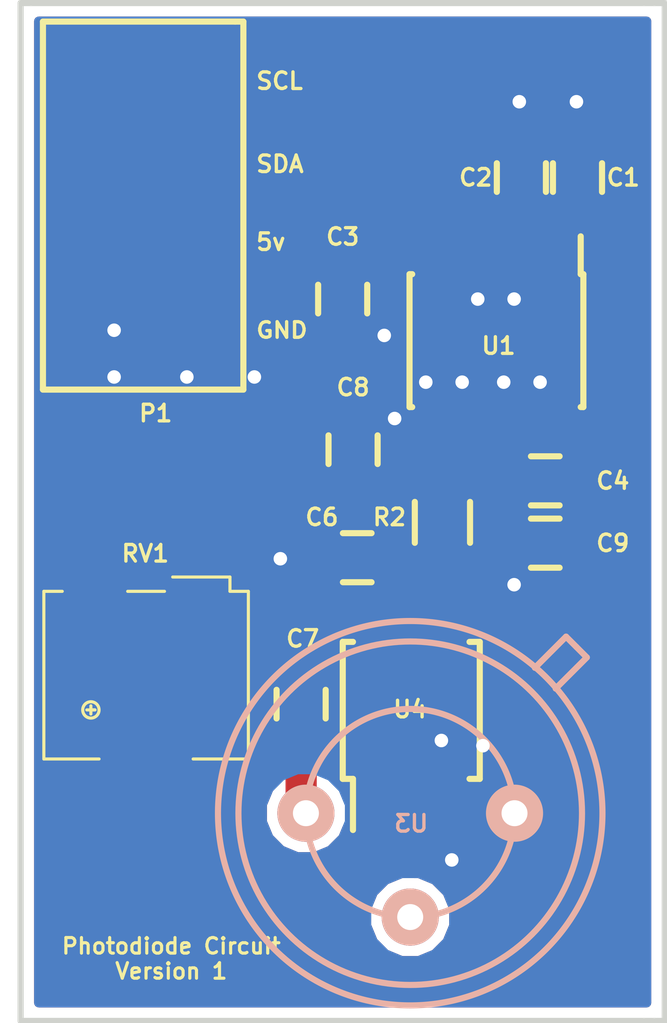
<source format=kicad_pcb>
(kicad_pcb (version 4) (host pcbnew 4.0.2-4+6225~38~ubuntu14.04.1-stable)

  (general
    (links 34)
    (no_connects 0)
    (area 124.384999 88.316999 140.283001 113.359001)
    (thickness 1.6)
    (drawings 14)
    (tracks 114)
    (zones 0)
    (modules 14)
    (nets 10)
  )

  (page A4)
  (layers
    (0 F.Cu signal)
    (31 B.Cu signal)
    (32 B.Adhes user)
    (33 F.Adhes user)
    (34 B.Paste user)
    (35 F.Paste user)
    (36 B.SilkS user)
    (37 F.SilkS user)
    (38 B.Mask user)
    (39 F.Mask user)
    (40 Dwgs.User user)
    (41 Cmts.User user)
    (42 Eco1.User user)
    (43 Eco2.User user)
    (44 Edge.Cuts user)
    (45 Margin user)
    (46 B.CrtYd user)
    (47 F.CrtYd user hide)
    (48 B.Fab user)
    (49 F.Fab user)
  )

  (setup
    (last_trace_width 0.381)
    (user_trace_width 0.381)
    (user_trace_width 0.762)
    (trace_clearance 0.1524)
    (zone_clearance 0.254)
    (zone_45_only yes)
    (trace_min 0.1524)
    (segment_width 0.2)
    (edge_width 0.15)
    (via_size 0.6858)
    (via_drill 0.3302)
    (via_min_size 0.6858)
    (via_min_drill 0.3302)
    (user_via 0.762 0.3556)
    (uvia_size 0.3)
    (uvia_drill 0.1)
    (uvias_allowed no)
    (uvia_min_size 0)
    (uvia_min_drill 0)
    (pcb_text_width 0.3)
    (pcb_text_size 1.5 1.5)
    (mod_edge_width 0.15)
    (mod_text_size 0.4064 0.4064)
    (mod_text_width 0.08128)
    (pad_size 1.397 1.397)
    (pad_drill 0.635)
    (pad_to_mask_clearance 0)
    (aux_axis_origin 0 0)
    (visible_elements FFFFFF7F)
    (pcbplotparams
      (layerselection 0x010f0_80000001)
      (usegerberextensions false)
      (excludeedgelayer true)
      (linewidth 0.100000)
      (plotframeref false)
      (viasonmask false)
      (mode 1)
      (useauxorigin false)
      (hpglpennumber 1)
      (hpglpenspeed 20)
      (hpglpendiameter 15)
      (hpglpenoverlay 2)
      (psnegative false)
      (psa4output false)
      (plotreference true)
      (plotvalue true)
      (plotinvisibletext false)
      (padsonsilk false)
      (subtractmaskfromsilk false)
      (outputformat 1)
      (mirror false)
      (drillshape 0)
      (scaleselection 1)
      (outputdirectory gerber/))
  )

  (net 0 "")
  (net 1 GND)
  (net 2 VCC)
  (net 3 "Net-(C7-Pad1)")
  (net 4 "Net-(C7-Pad2)")
  (net 5 "Net-(C8-Pad1)")
  (net 6 "Net-(C1-Pad1)")
  (net 7 "Net-(C2-Pad1)")
  (net 8 /SDA)
  (net 9 /SCL)

  (net_class Default "This is the default net class."
    (clearance 0.1524)
    (trace_width 0.1524)
    (via_dia 0.6858)
    (via_drill 0.3302)
    (uvia_dia 0.3)
    (uvia_drill 0.1)
    (add_net /SCL)
    (add_net /SDA)
    (add_net GND)
    (add_net "Net-(C1-Pad1)")
    (add_net "Net-(C2-Pad1)")
    (add_net "Net-(C7-Pad1)")
    (add_net "Net-(C7-Pad2)")
    (add_net "Net-(C8-Pad1)")
    (add_net VCC)
  )

  (module Housings_SSOP:MSOP-8_3x3mm_Pitch0.65mm (layer F.Cu) (tedit 56B7B364) (tstamp 569B182D)
    (at 134.0104 105.6894 90)
    (descr "8-Lead Plastic Micro Small Outline Package (MS) [MSOP] (see Microchip Packaging Specification 00000049BS.pdf)")
    (tags "SSOP 0.65")
    (path /569B1527)
    (attr smd)
    (fp_text reference U4 (at 0.0254 -0.0254 360) (layer F.SilkS)
      (effects (font (size 0.4064 0.4064) (thickness 0.08128)))
    )
    (fp_text value OPA381 (at 0.1524 -0.2794 360) (layer F.Fab)
      (effects (font (size 0.4064 0.4064) (thickness 0.08128)))
    )
    (fp_line (start -3.2 -1.85) (end -3.2 1.85) (layer F.CrtYd) (width 0.05))
    (fp_line (start 3.2 -1.85) (end 3.2 1.85) (layer F.CrtYd) (width 0.05))
    (fp_line (start -3.2 -1.85) (end 3.2 -1.85) (layer F.CrtYd) (width 0.05))
    (fp_line (start -3.2 1.85) (end 3.2 1.85) (layer F.CrtYd) (width 0.05))
    (fp_line (start -1.675 -1.675) (end -1.675 -1.425) (layer F.SilkS) (width 0.15))
    (fp_line (start 1.675 -1.675) (end 1.675 -1.425) (layer F.SilkS) (width 0.15))
    (fp_line (start 1.675 1.675) (end 1.675 1.425) (layer F.SilkS) (width 0.15))
    (fp_line (start -1.675 1.675) (end -1.675 1.425) (layer F.SilkS) (width 0.15))
    (fp_line (start -1.675 -1.675) (end 1.675 -1.675) (layer F.SilkS) (width 0.15))
    (fp_line (start -1.675 1.675) (end 1.675 1.675) (layer F.SilkS) (width 0.15))
    (fp_line (start -1.675 -1.425) (end -2.925 -1.425) (layer F.SilkS) (width 0.15))
    (pad 1 smd rect (at -2.2 -0.975 90) (size 1.45 0.45) (layers F.Cu F.Paste F.Mask))
    (pad 2 smd rect (at -2.2 -0.325 90) (size 1.45 0.45) (layers F.Cu F.Paste F.Mask)
      (net 4 "Net-(C7-Pad2)"))
    (pad 3 smd rect (at -2.2 0.325 90) (size 1.45 0.45) (layers F.Cu F.Paste F.Mask)
      (net 1 GND))
    (pad 4 smd rect (at -2.2 0.975 90) (size 1.45 0.45) (layers F.Cu F.Paste F.Mask)
      (net 1 GND))
    (pad 5 smd rect (at 2.2 0.975 90) (size 1.45 0.45) (layers F.Cu F.Paste F.Mask))
    (pad 6 smd rect (at 2.2 0.325 90) (size 1.45 0.45) (layers F.Cu F.Paste F.Mask)
      (net 3 "Net-(C7-Pad1)"))
    (pad 7 smd rect (at 2.2 -0.325 90) (size 1.45 0.45) (layers F.Cu F.Paste F.Mask)
      (net 2 VCC))
    (pad 8 smd rect (at 2.2 -0.975 90) (size 1.45 0.45) (layers F.Cu F.Paste F.Mask))
    (model Housings_SSOP.3dshapes/MSOP-8_3x3mm_Pitch0.65mm.wrl
      (at (xyz 0 0 0))
      (scale (xyz 1 1 1))
      (rotate (xyz 0 0 0))
    )
  )

  (module Capacitors_SMD:C_0603 (layer F.Cu) (tedit 56AD28F5) (tstamp 569B249B)
    (at 138.0744 92.6592 90)
    (descr "Capacitor SMD 0603, reflow soldering, AVX (see smccp.pdf)")
    (tags "capacitor 0603")
    (path /569BFF67)
    (attr smd)
    (fp_text reference C1 (at 0 1.1176 180) (layer F.SilkS)
      (effects (font (size 0.4064 0.4064) (thickness 0.08128)))
    )
    (fp_text value .1u (at -0.0508 0.0508 90) (layer F.Fab)
      (effects (font (size 0.4064 0.4064) (thickness 0.08128)))
    )
    (fp_line (start -1.45 -0.75) (end 1.45 -0.75) (layer F.CrtYd) (width 0.05))
    (fp_line (start -1.45 0.75) (end 1.45 0.75) (layer F.CrtYd) (width 0.05))
    (fp_line (start -1.45 -0.75) (end -1.45 0.75) (layer F.CrtYd) (width 0.05))
    (fp_line (start 1.45 -0.75) (end 1.45 0.75) (layer F.CrtYd) (width 0.05))
    (fp_line (start -0.35 -0.6) (end 0.35 -0.6) (layer F.SilkS) (width 0.15))
    (fp_line (start 0.35 0.6) (end -0.35 0.6) (layer F.SilkS) (width 0.15))
    (pad 1 smd rect (at -0.75 0 90) (size 0.8 0.75) (layers F.Cu F.Paste F.Mask)
      (net 6 "Net-(C1-Pad1)"))
    (pad 2 smd rect (at 0.75 0 90) (size 0.8 0.75) (layers F.Cu F.Paste F.Mask)
      (net 1 GND))
    (model Capacitors_SMD.3dshapes/C_0603.wrl
      (at (xyz 0 0 0))
      (scale (xyz 1 1 1))
      (rotate (xyz 0 0 0))
    )
  )

  (module Capacitors_SMD:C_0603 (layer F.Cu) (tedit 56A56C38) (tstamp 569B24A0)
    (at 136.7028 92.6592 90)
    (descr "Capacitor SMD 0603, reflow soldering, AVX (see smccp.pdf)")
    (tags "capacitor 0603")
    (path /569C0E1F)
    (attr smd)
    (fp_text reference C2 (at 0 -1.1176 180) (layer F.SilkS)
      (effects (font (size 0.4064 0.4064) (thickness 0.08128)))
    )
    (fp_text value .1u (at -0.1016 -0.0508 90) (layer F.Fab)
      (effects (font (size 0.4064 0.4064) (thickness 0.08128)))
    )
    (fp_line (start -1.45 -0.75) (end 1.45 -0.75) (layer F.CrtYd) (width 0.05))
    (fp_line (start -1.45 0.75) (end 1.45 0.75) (layer F.CrtYd) (width 0.05))
    (fp_line (start -1.45 -0.75) (end -1.45 0.75) (layer F.CrtYd) (width 0.05))
    (fp_line (start 1.45 -0.75) (end 1.45 0.75) (layer F.CrtYd) (width 0.05))
    (fp_line (start -0.35 -0.6) (end 0.35 -0.6) (layer F.SilkS) (width 0.15))
    (fp_line (start 0.35 0.6) (end -0.35 0.6) (layer F.SilkS) (width 0.15))
    (pad 1 smd rect (at -0.75 0 90) (size 0.8 0.75) (layers F.Cu F.Paste F.Mask)
      (net 7 "Net-(C2-Pad1)"))
    (pad 2 smd rect (at 0.75 0 90) (size 0.8 0.75) (layers F.Cu F.Paste F.Mask)
      (net 1 GND))
    (model Capacitors_SMD.3dshapes/C_0603.wrl
      (at (xyz 0 0 0))
      (scale (xyz 1 1 1))
      (rotate (xyz 0 0 0))
    )
  )

  (module Capacitors_SMD:C_0603 (layer F.Cu) (tedit 56D7D4A6) (tstamp 569B24AA)
    (at 137.287 100.076)
    (descr "Capacitor SMD 0603, reflow soldering, AVX (see smccp.pdf)")
    (tags "capacitor 0603")
    (path /569C03C5)
    (attr smd)
    (fp_text reference C4 (at 1.651 0) (layer F.SilkS)
      (effects (font (size 0.4064 0.4064) (thickness 0.08128)))
    )
    (fp_text value .1u (at 0 0) (layer F.Fab)
      (effects (font (size 0.4064 0.4064) (thickness 0.08128)))
    )
    (fp_line (start -1.45 -0.75) (end 1.45 -0.75) (layer F.CrtYd) (width 0.05))
    (fp_line (start -1.45 0.75) (end 1.45 0.75) (layer F.CrtYd) (width 0.05))
    (fp_line (start -1.45 -0.75) (end -1.45 0.75) (layer F.CrtYd) (width 0.05))
    (fp_line (start 1.45 -0.75) (end 1.45 0.75) (layer F.CrtYd) (width 0.05))
    (fp_line (start -0.35 -0.6) (end 0.35 -0.6) (layer F.SilkS) (width 0.15))
    (fp_line (start 0.35 0.6) (end -0.35 0.6) (layer F.SilkS) (width 0.15))
    (pad 1 smd rect (at -0.75 0) (size 0.8 0.75) (layers F.Cu F.Paste F.Mask)
      (net 1 GND))
    (pad 2 smd rect (at 0.75 0) (size 0.8 0.75) (layers F.Cu F.Paste F.Mask)
      (net 2 VCC))
    (model Capacitors_SMD.3dshapes/C_0603.wrl
      (at (xyz 0 0 0))
      (scale (xyz 1 1 1))
      (rotate (xyz 0 0 0))
    )
  )

  (module Capacitors_SMD:C_0603 (layer F.Cu) (tedit 56D7D49F) (tstamp 569B24B4)
    (at 132.6896 101.9556 180)
    (descr "Capacitor SMD 0603, reflow soldering, AVX (see smccp.pdf)")
    (tags "capacitor 0603")
    (path /569AF41C)
    (attr smd)
    (fp_text reference C6 (at 0.8636 0.9906 360) (layer F.SilkS)
      (effects (font (size 0.4064 0.4064) (thickness 0.08128)))
    )
    (fp_text value .1u (at 0.0762 0.0254 360) (layer F.Fab)
      (effects (font (size 0.4064 0.4064) (thickness 0.08128)))
    )
    (fp_line (start -1.45 -0.75) (end 1.45 -0.75) (layer F.CrtYd) (width 0.05))
    (fp_line (start -1.45 0.75) (end 1.45 0.75) (layer F.CrtYd) (width 0.05))
    (fp_line (start -1.45 -0.75) (end -1.45 0.75) (layer F.CrtYd) (width 0.05))
    (fp_line (start 1.45 -0.75) (end 1.45 0.75) (layer F.CrtYd) (width 0.05))
    (fp_line (start -0.35 -0.6) (end 0.35 -0.6) (layer F.SilkS) (width 0.15))
    (fp_line (start 0.35 0.6) (end -0.35 0.6) (layer F.SilkS) (width 0.15))
    (pad 1 smd rect (at -0.75 0 180) (size 0.8 0.75) (layers F.Cu F.Paste F.Mask)
      (net 2 VCC))
    (pad 2 smd rect (at 0.75 0 180) (size 0.8 0.75) (layers F.Cu F.Paste F.Mask)
      (net 1 GND))
    (model Capacitors_SMD.3dshapes/C_0603.wrl
      (at (xyz 0 0 0))
      (scale (xyz 1 1 1))
      (rotate (xyz 0 0 0))
    )
  )

  (module Capacitors_SMD:C_0603 (layer F.Cu) (tedit 56B7B36E) (tstamp 569B24B9)
    (at 131.318 105.537 270)
    (descr "Capacitor SMD 0603, reflow soldering, AVX (see smccp.pdf)")
    (tags "capacitor 0603")
    (path /569B2162)
    (attr smd)
    (fp_text reference C7 (at -1.6002 -0.0381 360) (layer F.SilkS)
      (effects (font (size 0.4064 0.4064) (thickness 0.08128)))
    )
    (fp_text value .5p (at -0.0254 0.0127 360) (layer F.Fab)
      (effects (font (size 0.4064 0.4064) (thickness 0.08128)))
    )
    (fp_line (start -1.45 -0.75) (end 1.45 -0.75) (layer F.CrtYd) (width 0.05))
    (fp_line (start -1.45 0.75) (end 1.45 0.75) (layer F.CrtYd) (width 0.05))
    (fp_line (start -1.45 -0.75) (end -1.45 0.75) (layer F.CrtYd) (width 0.05))
    (fp_line (start 1.45 -0.75) (end 1.45 0.75) (layer F.CrtYd) (width 0.05))
    (fp_line (start -0.35 -0.6) (end 0.35 -0.6) (layer F.SilkS) (width 0.15))
    (fp_line (start 0.35 0.6) (end -0.35 0.6) (layer F.SilkS) (width 0.15))
    (pad 1 smd rect (at -0.75 0 270) (size 0.8 0.75) (layers F.Cu F.Paste F.Mask)
      (net 3 "Net-(C7-Pad1)"))
    (pad 2 smd rect (at 0.75 0 270) (size 0.8 0.75) (layers F.Cu F.Paste F.Mask)
      (net 4 "Net-(C7-Pad2)"))
    (model Capacitors_SMD.3dshapes/C_0603.wrl
      (at (xyz 0 0 0))
      (scale (xyz 1 1 1))
      (rotate (xyz 0 0 0))
    )
  )

  (module Capacitors_SMD:C_0603 (layer F.Cu) (tedit 56D7D4A2) (tstamp 569B262A)
    (at 132.588 99.314 90)
    (descr "Capacitor SMD 0603, reflow soldering, AVX (see smccp.pdf)")
    (tags "capacitor 0603")
    (path /569B2FF9)
    (attr smd)
    (fp_text reference C8 (at 1.524 0 180) (layer F.SilkS)
      (effects (font (size 0.4064 0.4064) (thickness 0.08128)))
    )
    (fp_text value 10u (at -0.0254 0 90) (layer F.Fab)
      (effects (font (size 0.4064 0.4064) (thickness 0.08128)))
    )
    (fp_line (start -1.45 -0.75) (end 1.45 -0.75) (layer F.CrtYd) (width 0.05))
    (fp_line (start -1.45 0.75) (end 1.45 0.75) (layer F.CrtYd) (width 0.05))
    (fp_line (start -1.45 -0.75) (end -1.45 0.75) (layer F.CrtYd) (width 0.05))
    (fp_line (start 1.45 -0.75) (end 1.45 0.75) (layer F.CrtYd) (width 0.05))
    (fp_line (start -0.35 -0.6) (end 0.35 -0.6) (layer F.SilkS) (width 0.15))
    (fp_line (start 0.35 0.6) (end -0.35 0.6) (layer F.SilkS) (width 0.15))
    (pad 1 smd rect (at -0.75 0 90) (size 0.8 0.75) (layers F.Cu F.Paste F.Mask)
      (net 5 "Net-(C8-Pad1)"))
    (pad 2 smd rect (at 0.75 0 90) (size 0.8 0.75) (layers F.Cu F.Paste F.Mask)
      (net 1 GND))
    (model Capacitors_SMD.3dshapes/C_0603.wrl
      (at (xyz 0 0 0))
      (scale (xyz 1 1 1))
      (rotate (xyz 0 0 0))
    )
  )

  (module Capacitors_SMD:C_0603 (layer F.Cu) (tedit 56D7D4A8) (tstamp 569BE24D)
    (at 137.287 101.6)
    (descr "Capacitor SMD 0603, reflow soldering, AVX (see smccp.pdf)")
    (tags "capacitor 0603")
    (path /569C0099)
    (attr smd)
    (fp_text reference C9 (at 1.651 0 180) (layer F.SilkS)
      (effects (font (size 0.4064 0.4064) (thickness 0.08128)))
    )
    (fp_text value 1u (at 0 -0.0762 180) (layer F.Fab)
      (effects (font (size 0.4064 0.4064) (thickness 0.08128)))
    )
    (fp_line (start -1.45 -0.75) (end 1.45 -0.75) (layer F.CrtYd) (width 0.05))
    (fp_line (start -1.45 0.75) (end 1.45 0.75) (layer F.CrtYd) (width 0.05))
    (fp_line (start -1.45 -0.75) (end -1.45 0.75) (layer F.CrtYd) (width 0.05))
    (fp_line (start 1.45 -0.75) (end 1.45 0.75) (layer F.CrtYd) (width 0.05))
    (fp_line (start -0.35 -0.6) (end 0.35 -0.6) (layer F.SilkS) (width 0.15))
    (fp_line (start 0.35 0.6) (end -0.35 0.6) (layer F.SilkS) (width 0.15))
    (pad 1 smd rect (at -0.75 0) (size 0.8 0.75) (layers F.Cu F.Paste F.Mask)
      (net 1 GND))
    (pad 2 smd rect (at 0.75 0) (size 0.8 0.75) (layers F.Cu F.Paste F.Mask)
      (net 2 VCC))
    (model Capacitors_SMD.3dshapes/C_0603.wrl
      (at (xyz 0 0 0))
      (scale (xyz 1 1 1))
      (rotate (xyz 0 0 0))
    )
  )

  (module Housings_SSOP:MSOP-12_3x4mm_Pitch0.65mm (layer F.Cu) (tedit 56A57119) (tstamp 569C1EF9)
    (at 136.0932 96.647 270)
    (descr "MS Package; 12-Lead Plastic MSOP; (see Linear Technology 05081668_A_MS12.pdf)")
    (tags "SSOP 0.65")
    (path /569BFD69)
    (attr smd)
    (fp_text reference U1 (at 0.127 -0.0508 360) (layer F.SilkS)
      (effects (font (size 0.4064 0.4064) (thickness 0.08128)))
    )
    (fp_text value LTC2461 (at -0.889 -0.0508 360) (layer F.Fab)
      (effects (font (size 0.4064 0.4064) (thickness 0.08128)))
    )
    (fp_line (start -2.8 -2.3) (end -2.8 2.3) (layer F.CrtYd) (width 0.05))
    (fp_line (start 2.8 -2.3) (end 2.8 2.3) (layer F.CrtYd) (width 0.05))
    (fp_line (start -2.8 -2.3) (end 2.8 -2.3) (layer F.CrtYd) (width 0.05))
    (fp_line (start -2.8 2.3) (end 2.8 2.3) (layer F.CrtYd) (width 0.05))
    (fp_line (start -1.625 -2.125) (end -1.625 -2.06) (layer F.SilkS) (width 0.15))
    (fp_line (start 1.625 -2.125) (end 1.625 -2.06) (layer F.SilkS) (width 0.15))
    (fp_line (start 1.625 2.125) (end 1.625 2.06) (layer F.SilkS) (width 0.15))
    (fp_line (start -1.625 2.125) (end -1.625 2.06) (layer F.SilkS) (width 0.15))
    (fp_line (start -1.625 -2.125) (end 1.625 -2.125) (layer F.SilkS) (width 0.15))
    (fp_line (start -1.625 2.125) (end 1.625 2.125) (layer F.SilkS) (width 0.15))
    (fp_line (start -1.625 -2.06) (end -2.55 -2.06) (layer F.SilkS) (width 0.15))
    (pad 1 smd rect (at -2.105 -1.625 270) (size 0.89 0.42) (layers F.Cu F.Paste F.Mask)
      (net 6 "Net-(C1-Pad1)"))
    (pad 2 smd rect (at -2.105 -0.975 270) (size 0.89 0.42) (layers F.Cu F.Paste F.Mask)
      (net 7 "Net-(C2-Pad1)"))
    (pad 3 smd rect (at -2.105 -0.325 270) (size 0.89 0.42) (layers F.Cu F.Paste F.Mask)
      (net 1 GND))
    (pad 4 smd rect (at -2.105 0.325 270) (size 0.89 0.42) (layers F.Cu F.Paste F.Mask)
      (net 1 GND))
    (pad 5 smd rect (at -2.105 0.975 270) (size 0.89 0.42) (layers F.Cu F.Paste F.Mask)
      (net 9 /SCL))
    (pad 6 smd rect (at -2.105 1.625 270) (size 0.89 0.42) (layers F.Cu F.Paste F.Mask)
      (net 8 /SDA))
    (pad 7 smd rect (at 2.105 1.625 270) (size 0.89 0.42) (layers F.Cu F.Paste F.Mask)
      (net 1 GND))
    (pad 8 smd rect (at 2.105 0.975 270) (size 0.89 0.42) (layers F.Cu F.Paste F.Mask)
      (net 1 GND))
    (pad 9 smd rect (at 2.105 0.325 270) (size 0.89 0.42) (layers F.Cu F.Paste F.Mask)
      (net 5 "Net-(C8-Pad1)"))
    (pad 10 smd rect (at 2.105 -0.325 270) (size 0.89 0.42) (layers F.Cu F.Paste F.Mask)
      (net 1 GND))
    (pad 11 smd rect (at 2.105 -0.975 270) (size 0.89 0.42) (layers F.Cu F.Paste F.Mask)
      (net 1 GND))
    (pad 12 smd rect (at 2.105 -1.625 270) (size 0.89 0.42) (layers F.Cu F.Paste F.Mask)
      (net 2 VCC))
    (model Housings_SSOP.3dshapes/MSOP-12_3x4mm_Pitch0.65mm.wrl
      (at (xyz 0 0 0))
      (scale (xyz 1 1 1))
      (rotate (xyz 0 0 0))
    )
  )

  (module Capacitors_SMD:C_0603 (layer F.Cu) (tedit 56D7CFB9) (tstamp 56A5448D)
    (at 132.334 95.631 90)
    (descr "Capacitor SMD 0603, reflow soldering, AVX (see smccp.pdf)")
    (tags "capacitor 0603")
    (path /569ABE13)
    (attr smd)
    (fp_text reference C3 (at 1.524 0 180) (layer F.SilkS)
      (effects (font (size 0.4064 0.4064) (thickness 0.08128)))
    )
    (fp_text value 10u (at 0 0 180) (layer F.Fab)
      (effects (font (size 0.4064 0.4064) (thickness 0.08128)))
    )
    (fp_line (start -1.45 -0.75) (end 1.45 -0.75) (layer F.CrtYd) (width 0.05))
    (fp_line (start -1.45 0.75) (end 1.45 0.75) (layer F.CrtYd) (width 0.05))
    (fp_line (start -1.45 -0.75) (end -1.45 0.75) (layer F.CrtYd) (width 0.05))
    (fp_line (start 1.45 -0.75) (end 1.45 0.75) (layer F.CrtYd) (width 0.05))
    (fp_line (start -0.35 -0.6) (end 0.35 -0.6) (layer F.SilkS) (width 0.15))
    (fp_line (start 0.35 0.6) (end -0.35 0.6) (layer F.SilkS) (width 0.15))
    (pad 1 smd rect (at -0.75 0 90) (size 0.8 0.75) (layers F.Cu F.Paste F.Mask)
      (net 1 GND))
    (pad 2 smd rect (at 0.75 0 90) (size 0.8 0.75) (layers F.Cu F.Paste F.Mask)
      (net 2 VCC))
    (model Capacitors_SMD.3dshapes/C_0603.wrl
      (at (xyz 0 0 0))
      (scale (xyz 1 1 1))
      (rotate (xyz 0 0 0))
    )
  )

  (module footprints:SD100-13-23-222 (layer B.Cu) (tedit 56D7D3A5) (tstamp 56BAB25C)
    (at 133.985 108.204 180)
    (descr "TO-43,  3Pin,")
    (tags "TO-43,  3Pin,")
    (path /56995646)
    (fp_text reference U3 (at -0.0254 -0.254 180) (layer B.SilkS)
      (effects (font (size 0.4064 0.4064) (thickness 0.08128)) (justify mirror))
    )
    (fp_text value SD100-13-23-222 (at -0.0254 -4.064 180) (layer B.Fab)
      (effects (font (size 0.4064 0.4064) (thickness 0.08128)) (justify mirror))
    )
    (fp_line (start -4.064 4.064) (end -3.81 4.318) (layer B.SilkS) (width 0.15))
    (fp_line (start -3.81 4.318) (end -3.048 3.556) (layer B.SilkS) (width 0.15))
    (fp_line (start -4.064 4.064) (end -4.318 3.81) (layer B.SilkS) (width 0.15))
    (fp_line (start -4.318 3.81) (end -3.556 3.048) (layer B.SilkS) (width 0.15))
    (fp_circle (center 0 0) (end 2.55 0) (layer B.SilkS) (width 0.15))
    (fp_circle (center 0 0) (end 4.2 0) (layer B.SilkS) (width 0.15))
    (fp_circle (center 0 0) (end 4.7 0) (layer B.SilkS) (width 0.15))
    (pad 1 thru_hole circle (at -2.55 0 180) (size 1.397 1.397) (drill 0.635) (layers *.Cu *.Mask B.SilkS)
      (net 1 GND))
    (pad 2 thru_hole circle (at 0 -2.54 180) (size 1.397 1.397) (drill 0.635) (layers *.Cu *.Mask B.SilkS))
    (pad 3 thru_hole circle (at 2.55 0 180) (size 1.397 1.397) (drill 0.635) (layers *.Cu *.Mask B.SilkS)
      (net 4 "Net-(C7-Pad2)"))
  )

  (module footprints:R_0603_smaller_handsolder (layer F.Cu) (tedit 56D7D49A) (tstamp 56BAB843)
    (at 134.7724 101.0412 90)
    (descr "Resistor SMD 0603, reflow soldering, Vishay (see dcrcw.pdf)")
    (tags "resistor 0603")
    (path /569B2F31)
    (attr smd)
    (fp_text reference R2 (at 0.0762 -1.2954 180) (layer F.SilkS)
      (effects (font (size 0.4064 0.4064) (thickness 0.08128)))
    )
    (fp_text value 16k (at 0 0 180) (layer F.Fab)
      (effects (font (size 0.4064 0.4064) (thickness 0.08128)))
    )
    (fp_line (start 0.45 0.675) (end -0.55 0.675) (layer F.SilkS) (width 0.15))
    (fp_line (start -0.55 -0.675) (end 0.45 -0.675) (layer F.SilkS) (width 0.15))
    (pad 1 smd rect (at -0.9 0 90) (size 0.8 0.9) (layers F.Cu F.Paste F.Mask)
      (net 3 "Net-(C7-Pad1)"))
    (pad 2 smd rect (at 0.9 0 90) (size 0.8 0.9) (layers F.Cu F.Paste F.Mask)
      (net 5 "Net-(C8-Pad1)"))
    (model Resistors_SMD.3dshapes/R_0603.wrl
      (at (xyz 0 0 0))
      (scale (xyz 1 1 1))
      (rotate (xyz 0 0 0))
    )
  )

  (module footprints:CONN_1x4_SMT_2mm (layer F.Cu) (tedit 56D7CFE4) (tstamp 56D7CBA8)
    (at 124.206 93.345 90)
    (path /56AD2071)
    (fp_text reference P1 (at -5.08 3.556 180) (layer F.SilkS)
      (effects (font (size 0.4064 0.4064) (thickness 0.08128)))
    )
    (fp_text value CONN_01X04 (at 0 1.397 90) (layer F.Fab)
      (effects (font (size 0.4064 0.4064) (thickness 0.08128)))
    )
    (fp_line (start -4.5 4.6) (end -4.5 0.8) (layer F.SilkS) (width 0.15))
    (fp_line (start -4.5 0.8) (end 4.5 0.8) (layer F.SilkS) (width 0.15))
    (fp_line (start 4.5 0.8) (end 4.5 5.5) (layer F.SilkS) (width 0.15))
    (fp_line (start 4.5 5.5) (end 4.5 5.7) (layer F.SilkS) (width 0.15))
    (fp_line (start 4.5 5.7) (end -4.5 5.7) (layer F.SilkS) (width 0.15))
    (fp_line (start -4.5 5.7) (end -4.5 4.6) (layer F.SilkS) (width 0.15))
    (pad 1 smd rect (at -3 4.3 90) (size 1 2) (layers F.Cu F.Paste F.Mask)
      (net 1 GND))
    (pad 2 smd rect (at -1 4.3 90) (size 1 2) (layers F.Cu F.Paste F.Mask)
      (net 2 VCC))
    (pad 3 smd rect (at 1 4.3 90) (size 1 2) (layers F.Cu F.Paste F.Mask)
      (net 8 /SDA))
    (pad 4 smd rect (at 3 4.3 90) (size 1 2) (layers F.Cu F.Paste F.Mask)
      (net 9 /SCL))
  )

  (module footprints:BOURNS_3214W (layer F.Cu) (tedit 56D7D128) (tstamp 56D7CBC8)
    (at 128.778 103.378 270)
    (path /56D7CCFF)
    (fp_text reference RV1 (at -1.524 1.27 360) (layer F.SilkS)
      (effects (font (size 0.4064 0.4064) (thickness 0.08128)))
    )
    (fp_text value POT (at 1.4 -1.8 270) (layer F.Fab)
      (effects (font (size 0.4064 0.4064) (thickness 0.08128)))
    )
    (fp_circle (center 2.3 2.6) (end 2.1 2.6) (layer F.SilkS) (width 0.0762))
    (fp_line (start 2.2 2.6) (end 2.4 2.6) (layer F.SilkS) (width 0.0762))
    (fp_line (start 2.3 2.6) (end 2.3 2.5) (layer F.SilkS) (width 0.0762))
    (fp_line (start 2.3 2.5) (end 2.3 2.7) (layer F.SilkS) (width 0.0762))
    (fp_line (start -0.6 1.7) (end -0.6 0.8) (layer F.SilkS) (width 0.0762))
    (fp_line (start 3.5 -1.25) (end 3.5 0.1) (layer F.SilkS) (width 0.0762))
    (fp_line (start 3.5 3.75) (end 3.5 2.4) (layer F.SilkS) (width 0.0762))
    (fp_line (start -0.6 3.75) (end -0.6 3.3) (layer F.SilkS) (width 0.0762))
    (fp_line (start -0.6 -1.25) (end -0.6 -0.8) (layer F.SilkS) (width 0.0762))
    (fp_line (start -0.6 -0.8) (end -0.95 -0.8) (layer F.SilkS) (width 0.0762))
    (fp_line (start -0.95 -0.8) (end -0.95 0.6) (layer F.SilkS) (width 0.0762))
    (fp_line (start 3.5 -1.25) (end -0.6 -1.25) (layer F.SilkS) (width 0.0762))
    (fp_line (start 3.5 3.75) (end -0.6 3.75) (layer F.SilkS) (width 0.0762))
    (pad 2 smd rect (at 2.9 1.25 90) (size 1.6 2) (layers F.Cu F.Paste F.Mask)
      (net 4 "Net-(C7-Pad2)"))
    (pad 1 smd rect (at 0 0 90) (size 1.6 1.3) (layers F.Cu F.Paste F.Mask)
      (net 3 "Net-(C7-Pad1)"))
    (pad 3 smd rect (at 0 2.5 90) (size 1.6 1.3) (layers F.Cu F.Paste F.Mask))
  )

  (gr_text "Photodiode Circuit\nVersion 1" (at 128.143 111.76) (layer F.SilkS)
    (effects (font (size 0.381 0.381) (thickness 0.0762)))
  )
  (gr_line (start 124.46 113.284) (end 139.7 113.284) (angle 90) (layer Edge.Cuts) (width 0.15))
  (gr_line (start 124.46 88.392) (end 124.46 113.284) (angle 90) (layer Edge.Cuts) (width 0.15))
  (gr_line (start 124.714 88.392) (end 124.46 88.392) (angle 90) (layer Edge.Cuts) (width 0.15))
  (gr_line (start 139.7 88.392) (end 124.714 88.392) (angle 90) (layer Edge.Cuts) (width 0.15))
  (gr_line (start 140.208 113.284) (end 139.954 113.284) (angle 90) (layer Edge.Cuts) (width 0.15))
  (gr_line (start 140.208 88.392) (end 140.208 113.284) (angle 90) (layer Edge.Cuts) (width 0.15))
  (gr_line (start 139.954 88.392) (end 140.208 88.392) (angle 90) (layer Edge.Cuts) (width 0.15))
  (gr_line (start 139.954 88.392) (end 139.7 88.392) (angle 90) (layer Edge.Cuts) (width 0.15))
  (gr_line (start 139.7 113.284) (end 139.954 113.284) (angle 90) (layer Edge.Cuts) (width 0.15))
  (gr_text SCL (at 130.175 90.297) (layer F.SilkS)
    (effects (font (size 0.4064 0.4064) (thickness 0.08128)) (justify left))
  )
  (gr_text SDA (at 130.175 92.329) (layer F.SilkS)
    (effects (font (size 0.4064 0.4064) (thickness 0.08128)) (justify left))
  )
  (gr_text 5v (at 130.175 94.234) (layer F.SilkS)
    (effects (font (size 0.4064 0.4064) (thickness 0.08128)) (justify left))
  )
  (gr_text GND (at 130.175 96.393) (layer F.SilkS)
    (effects (font (size 0.381 0.4064) (thickness 0.08128)) (justify left))
  )

  (segment (start 132.334 96.381) (end 133.211 96.381) (width 0.381) (layer F.Cu) (net 1) (status 400000))
  (via (at 133.35 96.52) (size 0.6858) (drill 0.3302) (layers F.Cu B.Cu) (net 1))
  (segment (start 133.211 96.381) (end 133.35 96.52) (width 0.381) (layer F.Cu) (net 1) (tstamp 56D7D5A9))
  (segment (start 134.4682 98.752) (end 134.4682 97.7652) (width 0.381) (layer F.Cu) (net 1) (status 400000))
  (via (at 134.366 97.663) (size 0.6858) (drill 0.3302) (layers F.Cu B.Cu) (net 1))
  (segment (start 134.4682 97.7652) (end 134.366 97.663) (width 0.381) (layer F.Cu) (net 1) (tstamp 56D7D574))
  (segment (start 136.537 101.6) (end 136.537 102.604) (width 0.381) (layer F.Cu) (net 1) (status 400000))
  (via (at 136.525 102.616) (size 0.6858) (drill 0.3302) (layers F.Cu B.Cu) (net 1))
  (segment (start 136.537 102.604) (end 136.525 102.616) (width 0.381) (layer F.Cu) (net 1) (tstamp 56D7D4F4))
  (segment (start 135.7682 94.542) (end 135.7682 95.4988) (width 0.381) (layer F.Cu) (net 1))
  (via (at 135.636 95.631) (size 0.6858) (drill 0.3302) (layers F.Cu B.Cu) (net 1))
  (segment (start 135.7682 95.4988) (end 135.636 95.631) (width 0.381) (layer F.Cu) (net 1) (tstamp 56D7D425))
  (segment (start 136.4182 94.542) (end 136.4182 95.5242) (width 0.381) (layer F.Cu) (net 1))
  (via (at 136.525 95.631) (size 0.6858) (drill 0.3302) (layers F.Cu B.Cu) (net 1))
  (segment (start 136.4182 95.5242) (end 136.525 95.631) (width 0.381) (layer F.Cu) (net 1) (tstamp 56D7D420))
  (segment (start 135.1182 98.752) (end 135.1182 97.7998) (width 0.381) (layer F.Cu) (net 1))
  (via (at 135.255 97.663) (size 0.6858) (drill 0.3302) (layers F.Cu B.Cu) (net 1))
  (segment (start 135.1182 97.7998) (end 135.255 97.663) (width 0.381) (layer F.Cu) (net 1) (tstamp 56D7D40A))
  (segment (start 136.4182 98.752) (end 136.4182 97.8102) (width 0.381) (layer F.Cu) (net 1))
  (via (at 136.271 97.663) (size 0.6858) (drill 0.3302) (layers F.Cu B.Cu) (net 1))
  (segment (start 136.4182 97.8102) (end 136.271 97.663) (width 0.381) (layer F.Cu) (net 1) (tstamp 56D7D406))
  (segment (start 137.0682 98.752) (end 137.0682 97.7548) (width 0.381) (layer F.Cu) (net 1))
  (via (at 137.16 97.663) (size 0.6858) (drill 0.3302) (layers F.Cu B.Cu) (net 1))
  (segment (start 137.0682 97.7548) (end 137.16 97.663) (width 0.381) (layer F.Cu) (net 1) (tstamp 56D7D3FE))
  (segment (start 134.9854 107.8894) (end 134.9854 109.3314) (width 0.381) (layer F.Cu) (net 1))
  (via (at 135.001 109.347) (size 0.6858) (drill 0.3302) (layers F.Cu B.Cu) (net 1))
  (segment (start 134.9854 109.3314) (end 135.001 109.347) (width 0.381) (layer F.Cu) (net 1) (tstamp 56D7D3DF))
  (segment (start 134.9854 107.8894) (end 134.9854 107.3306) (width 0.381) (layer F.Cu) (net 1))
  (segment (start 134.9854 107.3306) (end 135.763 106.553) (width 0.381) (layer F.Cu) (net 1) (tstamp 56D7D3D8))
  (via (at 135.763 106.553) (size 0.6858) (drill 0.3302) (layers F.Cu B.Cu) (net 1))
  (segment (start 134.9854 107.8894) (end 134.9854 106.6644) (width 0.381) (layer F.Cu) (net 1))
  (via (at 134.747 106.426) (size 0.6858) (drill 0.3302) (layers F.Cu B.Cu) (net 1))
  (segment (start 134.9854 106.6644) (end 134.747 106.426) (width 0.381) (layer F.Cu) (net 1) (tstamp 56D7D3C5))
  (segment (start 131.9396 101.9556) (end 130.8354 101.9556) (width 0.381) (layer F.Cu) (net 1))
  (via (at 130.81 101.981) (size 0.6858) (drill 0.3302) (layers F.Cu B.Cu) (net 1))
  (segment (start 130.8354 101.9556) (end 130.81 101.981) (width 0.381) (layer F.Cu) (net 1) (tstamp 56D7CF07))
  (segment (start 138.0744 91.9092) (end 138.0744 90.8304) (width 0.381) (layer F.Cu) (net 1))
  (via (at 138.049 90.805) (size 0.6858) (drill 0.3302) (layers F.Cu B.Cu) (net 1))
  (segment (start 138.0744 90.8304) (end 138.049 90.805) (width 0.381) (layer F.Cu) (net 1) (tstamp 56D7CEF5))
  (segment (start 136.7028 91.9092) (end 136.7028 90.8558) (width 0.381) (layer F.Cu) (net 1))
  (via (at 136.652 90.805) (size 0.6858) (drill 0.3302) (layers F.Cu B.Cu) (net 1))
  (segment (start 136.7028 90.8558) (end 136.652 90.805) (width 0.381) (layer F.Cu) (net 1) (tstamp 56D7CEEF))
  (segment (start 128.506 96.345) (end 127.937 96.345) (width 0.381) (layer F.Cu) (net 1))
  (segment (start 127.937 96.345) (end 126.746 97.536) (width 0.381) (layer F.Cu) (net 1) (tstamp 56D7CEA7))
  (via (at 126.746 97.536) (size 0.6858) (drill 0.3302) (layers F.Cu B.Cu) (net 1))
  (segment (start 128.506 96.345) (end 126.794 96.345) (width 0.381) (layer F.Cu) (net 1))
  (via (at 126.746 96.393) (size 0.6858) (drill 0.3302) (layers F.Cu B.Cu) (net 1))
  (segment (start 126.794 96.345) (end 126.746 96.393) (width 0.381) (layer F.Cu) (net 1) (tstamp 56D7CE98))
  (segment (start 128.506 96.345) (end 128.984 96.345) (width 0.381) (layer F.Cu) (net 1))
  (segment (start 128.984 96.345) (end 130.175 97.536) (width 0.381) (layer F.Cu) (net 1) (tstamp 56D7CE6C))
  (via (at 130.175 97.536) (size 0.6858) (drill 0.3302) (layers F.Cu B.Cu) (net 1))
  (segment (start 128.506 96.345) (end 128.506 97.518) (width 0.381) (layer F.Cu) (net 1))
  (via (at 128.524 97.536) (size 0.6858) (drill 0.3302) (layers F.Cu B.Cu) (net 1))
  (segment (start 128.506 97.518) (end 128.524 97.536) (width 0.381) (layer F.Cu) (net 1) (tstamp 56D7CE56))
  (segment (start 128.506 96.345) (end 128.506 96.411) (width 0.381) (layer F.Cu) (net 1))
  (segment (start 128.506 96.345) (end 128.506 96.375) (width 0.381) (layer F.Cu) (net 1))
  (segment (start 132.588 98.564) (end 133.592 98.564) (width 0.381) (layer F.Cu) (net 1))
  (via (at 133.604 98.552) (size 0.6858) (drill 0.3302) (layers F.Cu B.Cu) (net 1))
  (segment (start 133.592 98.564) (end 133.604 98.552) (width 0.381) (layer F.Cu) (net 1) (tstamp 56D7CD8D))
  (segment (start 134.9854 107.8894) (end 134.9854 107.9244) (width 0.381) (layer F.Cu) (net 1))
  (segment (start 138.0744 91.9092) (end 138.0744 91.7956) (width 0.381) (layer F.Cu) (net 1))
  (segment (start 136.7028 91.9092) (end 136.7028 91.7448) (width 0.381) (layer F.Cu) (net 1))
  (segment (start 137.7182 98.752) (end 137.7182 99.7572) (width 0.381) (layer F.Cu) (net 2) (status C00000))
  (segment (start 137.7182 99.7572) (end 138.037 100.076) (width 0.381) (layer F.Cu) (net 2) (tstamp 56D7D4ED) (status C00000))
  (segment (start 138.037 101.6) (end 138.037 100.076) (width 0.381) (layer F.Cu) (net 2) (status C00000))
  (segment (start 132.334 94.881) (end 132.854 94.881) (width 0.381) (layer F.Cu) (net 2) (status 400000))
  (segment (start 138.684 99.429) (end 138.037 100.076) (width 0.381) (layer F.Cu) (net 2) (tstamp 56D7D4E7) (status 800000))
  (segment (start 138.684 97.663) (end 138.684 99.429) (width 0.381) (layer F.Cu) (net 2) (tstamp 56D7D4E6))
  (segment (start 137.668 96.647) (end 138.684 97.663) (width 0.381) (layer F.Cu) (net 2) (tstamp 56D7D4E5))
  (segment (start 134.62 96.647) (end 137.668 96.647) (width 0.381) (layer F.Cu) (net 2) (tstamp 56D7D4E3))
  (segment (start 132.854 94.881) (end 134.62 96.647) (width 0.381) (layer F.Cu) (net 2) (tstamp 56D7D4E2))
  (segment (start 132.334 94.881) (end 132.6 94.881) (width 0.381) (layer F.Cu) (net 2))
  (segment (start 133.4396 101.9556) (end 133.4396 101.9436) (width 0.381) (layer F.Cu) (net 2))
  (segment (start 133.4396 101.9436) (end 132.588 101.092) (width 0.381) (layer F.Cu) (net 2) (tstamp 56D7D2FB))
  (segment (start 131.445 100.584) (end 131.445 94.881) (width 0.381) (layer F.Cu) (net 2) (tstamp 56D7D305))
  (segment (start 131.953 101.092) (end 131.445 100.584) (width 0.381) (layer F.Cu) (net 2) (tstamp 56D7D303))
  (segment (start 132.588 101.092) (end 131.953 101.092) (width 0.381) (layer F.Cu) (net 2) (tstamp 56D7D2FE))
  (segment (start 132.334 94.881) (end 131.445 94.881) (width 0.762) (layer F.Cu) (net 2))
  (segment (start 131.445 94.881) (end 129.042 94.881) (width 0.762) (layer F.Cu) (net 2) (tstamp 56D7D30F))
  (segment (start 129.042 94.881) (end 128.506 94.345) (width 0.762) (layer F.Cu) (net 2) (tstamp 56D7D2E9))
  (segment (start 133.6854 103.4894) (end 133.6854 102.2014) (width 0.381) (layer F.Cu) (net 2))
  (segment (start 133.6854 102.2014) (end 133.4396 101.9556) (width 0.381) (layer F.Cu) (net 2) (tstamp 56D7CD40))
  (segment (start 137.7182 98.752) (end 137.7182 98.9698) (width 0.381) (layer F.Cu) (net 2))
  (segment (start 131.318 104.787) (end 130.187 104.787) (width 0.762) (layer F.Cu) (net 3))
  (segment (start 130.187 104.787) (end 128.778 103.378) (width 0.762) (layer F.Cu) (net 3) (tstamp 56D7CC69))
  (segment (start 131.318 104.787) (end 133.973 104.787) (width 0.381) (layer F.Cu) (net 3))
  (segment (start 134.3354 104.4246) (end 134.3354 103.4894) (width 0.381) (layer F.Cu) (net 3) (tstamp 56D7CC19))
  (segment (start 133.973 104.787) (end 134.3354 104.4246) (width 0.381) (layer F.Cu) (net 3) (tstamp 56D7CC18))
  (segment (start 134.3354 103.4894) (end 134.3354 102.3782) (width 0.381) (layer F.Cu) (net 3))
  (segment (start 134.3354 102.3782) (end 134.7724 101.9412) (width 0.381) (layer F.Cu) (net 3) (tstamp 56BAB85E))
  (segment (start 131.318 106.287) (end 131.318 108.087) (width 0.762) (layer F.Cu) (net 4))
  (segment (start 131.318 108.087) (end 131.435 108.204) (width 0.762) (layer F.Cu) (net 4) (tstamp 56D7D1BB))
  (segment (start 131.318 106.287) (end 127.537 106.287) (width 0.762) (layer F.Cu) (net 4))
  (segment (start 127.537 106.287) (end 127.528 106.278) (width 0.762) (layer F.Cu) (net 4) (tstamp 56D7CC66))
  (segment (start 131.4604 106.4294) (end 131.318 106.287) (width 0.381) (layer F.Cu) (net 4) (tstamp 56D7CC10))
  (segment (start 133.6854 107.8894) (end 133.6854 106.8884) (width 0.381) (layer F.Cu) (net 4))
  (segment (start 133.084 106.287) (end 131.318 106.287) (width 0.381) (layer F.Cu) (net 4) (tstamp 56D7CC0D))
  (segment (start 133.6854 106.8884) (end 133.084 106.287) (width 0.381) (layer F.Cu) (net 4) (tstamp 56D7CC0C))
  (segment (start 134.7724 100.1412) (end 132.6652 100.1412) (width 0.381) (layer F.Cu) (net 5))
  (segment (start 132.6652 100.1412) (end 132.588 100.064) (width 0.381) (layer F.Cu) (net 5) (tstamp 56D7CD91))
  (segment (start 134.5682 99.937) (end 134.7724 100.1412) (width 0.381) (layer F.Cu) (net 5) (tstamp 56D7CD1C))
  (segment (start 135.7682 98.752) (end 135.7682 99.385) (width 0.381) (layer F.Cu) (net 5))
  (segment (start 135.7682 99.385) (end 135.012 100.1412) (width 0.381) (layer F.Cu) (net 5) (tstamp 56BAB889))
  (segment (start 135.012 100.1412) (end 134.7724 100.1412) (width 0.381) (layer F.Cu) (net 5) (tstamp 56BAB88A))
  (segment (start 134.5328 100.3808) (end 134.7724 100.1412) (width 0.381) (layer F.Cu) (net 5) (tstamp 56BAB880))
  (segment (start 137.7182 94.542) (end 137.7182 93.7654) (width 0.381) (layer F.Cu) (net 6))
  (segment (start 137.7182 93.7654) (end 138.0744 93.4092) (width 0.381) (layer F.Cu) (net 6) (tstamp 56AD24FF))
  (segment (start 137.0682 94.542) (end 137.0682 93.7746) (width 0.381) (layer F.Cu) (net 7))
  (segment (start 137.0682 93.7746) (end 136.7028 93.4092) (width 0.381) (layer F.Cu) (net 7) (tstamp 56AD24FC))
  (segment (start 128.506 92.345) (end 132.2712 92.345) (width 0.381) (layer F.Cu) (net 8))
  (segment (start 132.2712 92.345) (end 134.4682 94.542) (width 0.381) (layer F.Cu) (net 8) (tstamp 56D7CDC0))
  (segment (start 128.506 90.345) (end 131.747 90.345) (width 0.381) (layer F.Cu) (net 9))
  (segment (start 135.1182 93.7162) (end 135.1182 94.542) (width 0.381) (layer F.Cu) (net 9) (tstamp 56D7CDC6))
  (segment (start 131.747 90.345) (end 135.1182 93.7162) (width 0.381) (layer F.Cu) (net 9) (tstamp 56D7CDC4))

  (zone (net 1) (net_name GND) (layer F.Cu) (tstamp 56D7D25D) (hatch edge 0.508)
    (connect_pads yes (clearance 0.254))
    (min_thickness 0.2286)
    (fill yes (arc_segments 16) (thermal_gap 0.508) (thermal_bridge_width 0.508))
    (polygon
      (pts
        (xy 124.714 88.646) (xy 139.954 88.646) (xy 139.954 113.03) (xy 124.714 113.03)
      )
    )
    (filled_polygon
      (pts
        (xy 139.7647 112.8407) (xy 124.9033 112.8407) (xy 124.9033 110.955269) (xy 132.918015 110.955269) (xy 133.080084 111.347504)
        (xy 133.379917 111.647862) (xy 133.771869 111.810615) (xy 134.196269 111.810985) (xy 134.588504 111.648916) (xy 134.888862 111.349083)
        (xy 135.051615 110.957131) (xy 135.051985 110.532731) (xy 134.889916 110.140496) (xy 134.590083 109.840138) (xy 134.198131 109.677385)
        (xy 133.773731 109.677015) (xy 133.381496 109.839084) (xy 133.081138 110.138917) (xy 132.918385 110.530869) (xy 132.918015 110.955269)
        (xy 124.9033 110.955269) (xy 124.9033 105.478) (xy 126.152485 105.478) (xy 126.152485 107.078) (xy 126.178166 107.214484)
        (xy 126.258828 107.339836) (xy 126.381904 107.42393) (xy 126.528 107.453515) (xy 128.528 107.453515) (xy 128.664484 107.427834)
        (xy 128.789836 107.347172) (xy 128.87393 107.224096) (xy 128.903515 107.078) (xy 128.903515 107.0363) (xy 130.5687 107.0363)
        (xy 130.5687 107.561421) (xy 130.531138 107.598917) (xy 130.368385 107.990869) (xy 130.368015 108.415269) (xy 130.530084 108.807504)
        (xy 130.829917 109.107862) (xy 131.221869 109.270615) (xy 131.646269 109.270985) (xy 132.038504 109.108916) (xy 132.338862 108.809083)
        (xy 132.434885 108.577834) (xy 132.434885 108.6144) (xy 132.460566 108.750884) (xy 132.541228 108.876236) (xy 132.664304 108.96033)
        (xy 132.8104 108.989915) (xy 133.2604 108.989915) (xy 133.364071 108.970408) (xy 133.4604 108.989915) (xy 133.9104 108.989915)
        (xy 134.046884 108.964234) (xy 134.172236 108.883572) (xy 134.25633 108.760496) (xy 134.285915 108.6144) (xy 134.285915 107.1644)
        (xy 134.260234 107.027916) (xy 134.2442 107.002999) (xy 134.2442 106.8884) (xy 134.201664 106.674556) (xy 134.080531 106.493269)
        (xy 133.479131 105.891869) (xy 133.471844 105.887) (xy 133.297844 105.770736) (xy 133.084 105.7282) (xy 132.028474 105.7282)
        (xy 131.962172 105.625164) (xy 131.839096 105.54107) (xy 131.823623 105.537937) (xy 131.829484 105.536834) (xy 131.954836 105.456172)
        (xy 132.03025 105.3458) (xy 133.973 105.3458) (xy 134.186844 105.303264) (xy 134.368131 105.182131) (xy 134.730531 104.819731)
        (xy 134.752401 104.787) (xy 134.851664 104.638444) (xy 134.861317 104.589915) (xy 135.2104 104.589915) (xy 135.346884 104.564234)
        (xy 135.472236 104.483572) (xy 135.55633 104.360496) (xy 135.585915 104.2144) (xy 135.585915 102.7644) (xy 135.560234 102.627916)
        (xy 135.517561 102.5616) (xy 135.56833 102.487296) (xy 135.597915 102.3412) (xy 135.597915 101.5412) (xy 135.572234 101.404716)
        (xy 135.491572 101.279364) (xy 135.368496 101.19527) (xy 135.2224 101.165685) (xy 134.3224 101.165685) (xy 134.185916 101.191366)
        (xy 134.060564 101.272028) (xy 134.054137 101.281434) (xy 133.985696 101.23467) (xy 133.8396 101.205085) (xy 133.491347 101.205085)
        (xy 133.099856 100.813594) (xy 133.224836 100.733172) (xy 133.247501 100.7) (xy 133.986926 100.7) (xy 134.053228 100.803036)
        (xy 134.176304 100.88713) (xy 134.3224 100.916715) (xy 134.417749 100.916715) (xy 134.5328 100.9396) (xy 134.647851 100.916715)
        (xy 135.2224 100.916715) (xy 135.358884 100.891034) (xy 135.484236 100.810372) (xy 135.56833 100.687296) (xy 135.597915 100.5412)
        (xy 135.597915 100.345547) (xy 136.163331 99.780131) (xy 136.237674 99.668869) (xy 136.284464 99.598844) (xy 136.327 99.385)
        (xy 136.327 99.328923) (xy 136.353715 99.197) (xy 136.353715 98.307) (xy 136.328034 98.170516) (xy 136.247372 98.045164)
        (xy 136.124296 97.96107) (xy 135.9782 97.931485) (xy 135.5582 97.931485) (xy 135.421716 97.957166) (xy 135.296364 98.037828)
        (xy 135.21227 98.160904) (xy 135.182685 98.307) (xy 135.182685 99.180253) (xy 134.997253 99.365685) (xy 134.3224 99.365685)
        (xy 134.185916 99.391366) (xy 134.060564 99.472028) (xy 133.98515 99.5824) (xy 133.323161 99.5824) (xy 133.312834 99.527516)
        (xy 133.232172 99.402164) (xy 133.109096 99.31807) (xy 132.963 99.288485) (xy 132.213 99.288485) (xy 132.076516 99.314166)
        (xy 132.0038 99.360958) (xy 132.0038 95.656515) (xy 132.709 95.656515) (xy 132.818626 95.635888) (xy 134.224869 97.042131)
        (xy 134.406156 97.163264) (xy 134.62 97.2058) (xy 137.436538 97.2058) (xy 138.1252 97.894462) (xy 138.1252 97.995851)
        (xy 138.074296 97.96107) (xy 137.9282 97.931485) (xy 137.5082 97.931485) (xy 137.371716 97.957166) (xy 137.246364 98.037828)
        (xy 137.16227 98.160904) (xy 137.132685 98.307) (xy 137.132685 99.197) (xy 137.158366 99.333484) (xy 137.1594 99.335091)
        (xy 137.1594 99.7572) (xy 137.201936 99.971044) (xy 137.261485 100.060165) (xy 137.261485 100.451) (xy 137.287166 100.587484)
        (xy 137.367828 100.712836) (xy 137.4782 100.78825) (xy 137.4782 100.889526) (xy 137.375164 100.955828) (xy 137.29107 101.078904)
        (xy 137.261485 101.225) (xy 137.261485 101.975) (xy 137.287166 102.111484) (xy 137.367828 102.236836) (xy 137.490904 102.32093)
        (xy 137.637 102.350515) (xy 138.437 102.350515) (xy 138.573484 102.324834) (xy 138.698836 102.244172) (xy 138.78293 102.121096)
        (xy 138.812515 101.975) (xy 138.812515 101.225) (xy 138.786834 101.088516) (xy 138.706172 100.963164) (xy 138.5958 100.88775)
        (xy 138.5958 100.786474) (xy 138.698836 100.720172) (xy 138.78293 100.597096) (xy 138.812515 100.451) (xy 138.812515 100.090747)
        (xy 139.079131 99.824131) (xy 139.123853 99.7572) (xy 139.200264 99.642844) (xy 139.2428 99.429) (xy 139.2428 97.663)
        (xy 139.200264 97.449156) (xy 139.079131 97.267869) (xy 138.063131 96.251869) (xy 137.881844 96.130736) (xy 137.668 96.0882)
        (xy 134.851462 96.0882) (xy 134.061866 95.298604) (xy 134.112104 95.33293) (xy 134.2582 95.362515) (xy 134.6782 95.362515)
        (xy 134.797422 95.340082) (xy 134.9082 95.362515) (xy 135.3282 95.362515) (xy 135.464684 95.336834) (xy 135.590036 95.256172)
        (xy 135.67413 95.133096) (xy 135.703715 94.987) (xy 135.703715 94.097) (xy 135.678034 93.960516) (xy 135.677 93.958909)
        (xy 135.677 93.7162) (xy 135.634464 93.502356) (xy 135.513331 93.321069) (xy 135.201462 93.0092) (xy 135.952285 93.0092)
        (xy 135.952285 93.8092) (xy 135.977966 93.945684) (xy 136.058628 94.071036) (xy 136.181704 94.15513) (xy 136.3278 94.184715)
        (xy 136.482685 94.184715) (xy 136.482685 94.987) (xy 136.508366 95.123484) (xy 136.589028 95.248836) (xy 136.712104 95.33293)
        (xy 136.8582 95.362515) (xy 137.2782 95.362515) (xy 137.397422 95.340082) (xy 137.5082 95.362515) (xy 137.9282 95.362515)
        (xy 138.064684 95.336834) (xy 138.190036 95.256172) (xy 138.27413 95.133096) (xy 138.303715 94.987) (xy 138.303715 94.184715)
        (xy 138.4494 94.184715) (xy 138.585884 94.159034) (xy 138.711236 94.078372) (xy 138.79533 93.955296) (xy 138.824915 93.8092)
        (xy 138.824915 93.0092) (xy 138.799234 92.872716) (xy 138.718572 92.747364) (xy 138.595496 92.66327) (xy 138.4494 92.633685)
        (xy 137.6994 92.633685) (xy 137.562916 92.659366) (xy 137.437564 92.740028) (xy 137.388479 92.811867) (xy 137.346972 92.747364)
        (xy 137.223896 92.66327) (xy 137.0778 92.633685) (xy 136.3278 92.633685) (xy 136.191316 92.659366) (xy 136.065964 92.740028)
        (xy 135.98187 92.863104) (xy 135.952285 93.0092) (xy 135.201462 93.0092) (xy 132.142131 89.949869) (xy 131.960844 89.828736)
        (xy 131.747 89.7862) (xy 129.870451 89.7862) (xy 129.855834 89.708516) (xy 129.775172 89.583164) (xy 129.652096 89.49907)
        (xy 129.506 89.469485) (xy 127.506 89.469485) (xy 127.369516 89.495166) (xy 127.244164 89.575828) (xy 127.16007 89.698904)
        (xy 127.130485 89.845) (xy 127.130485 90.845) (xy 127.156166 90.981484) (xy 127.236828 91.106836) (xy 127.359904 91.19093)
        (xy 127.506 91.220515) (xy 129.506 91.220515) (xy 129.642484 91.194834) (xy 129.767836 91.114172) (xy 129.85193 90.991096)
        (xy 129.869608 90.9038) (xy 131.515538 90.9038) (xy 132.429407 91.817669) (xy 132.2712 91.7862) (xy 129.870451 91.7862)
        (xy 129.855834 91.708516) (xy 129.775172 91.583164) (xy 129.652096 91.49907) (xy 129.506 91.469485) (xy 127.506 91.469485)
        (xy 127.369516 91.495166) (xy 127.244164 91.575828) (xy 127.16007 91.698904) (xy 127.130485 91.845) (xy 127.130485 92.845)
        (xy 127.156166 92.981484) (xy 127.236828 93.106836) (xy 127.359904 93.19093) (xy 127.506 93.220515) (xy 129.506 93.220515)
        (xy 129.642484 93.194834) (xy 129.767836 93.114172) (xy 129.85193 92.991096) (xy 129.869608 92.9038) (xy 132.039738 92.9038)
        (xy 133.882685 94.746747) (xy 133.882685 94.987) (xy 133.908366 95.123484) (xy 133.947388 95.184126) (xy 133.249131 94.485869)
        (xy 133.241844 94.481) (xy 133.067844 94.364736) (xy 133.062436 94.36366) (xy 133.058834 94.344516) (xy 132.978172 94.219164)
        (xy 132.855096 94.13507) (xy 132.709 94.105485) (xy 131.959 94.105485) (xy 131.822516 94.131166) (xy 131.821686 94.1317)
        (xy 129.881515 94.1317) (xy 129.881515 93.845) (xy 129.855834 93.708516) (xy 129.775172 93.583164) (xy 129.652096 93.49907)
        (xy 129.506 93.469485) (xy 127.506 93.469485) (xy 127.369516 93.495166) (xy 127.244164 93.575828) (xy 127.16007 93.698904)
        (xy 127.130485 93.845) (xy 127.130485 94.845) (xy 127.156166 94.981484) (xy 127.236828 95.106836) (xy 127.359904 95.19093)
        (xy 127.506 95.220515) (xy 128.321845 95.220515) (xy 128.512165 95.410835) (xy 128.755255 95.573263) (xy 129.042 95.6303)
        (xy 130.8862 95.6303) (xy 130.8862 100.584) (xy 130.928736 100.797844) (xy 130.991004 100.891034) (xy 131.049869 100.979131)
        (xy 131.557868 101.487131) (xy 131.638788 101.5412) (xy 131.739156 101.608264) (xy 131.953 101.6508) (xy 132.356538 101.6508)
        (xy 132.664085 101.958347) (xy 132.664085 102.3306) (xy 132.67968 102.413481) (xy 132.673916 102.414566) (xy 132.548564 102.495228)
        (xy 132.46447 102.618304) (xy 132.434885 102.7644) (xy 132.434885 104.2144) (xy 132.437482 104.2282) (xy 132.028474 104.2282)
        (xy 131.962172 104.125164) (xy 131.839096 104.04107) (xy 131.693 104.011485) (xy 130.943 104.011485) (xy 130.806516 104.037166)
        (xy 130.805686 104.0377) (xy 130.49737 104.0377) (xy 129.803515 103.343845) (xy 129.803515 102.578) (xy 129.777834 102.441516)
        (xy 129.697172 102.316164) (xy 129.574096 102.23207) (xy 129.428 102.202485) (xy 128.128 102.202485) (xy 127.991516 102.228166)
        (xy 127.866164 102.308828) (xy 127.78207 102.431904) (xy 127.752485 102.578) (xy 127.752485 104.178) (xy 127.778166 104.314484)
        (xy 127.858828 104.439836) (xy 127.981904 104.52393) (xy 128.128 104.553515) (xy 128.893845 104.553515) (xy 129.657165 105.316835)
        (xy 129.900255 105.479263) (xy 130.187 105.5363) (xy 130.811118 105.5363) (xy 130.806516 105.537166) (xy 130.805686 105.5377)
        (xy 128.903515 105.5377) (xy 128.903515 105.478) (xy 128.877834 105.341516) (xy 128.797172 105.216164) (xy 128.674096 105.13207)
        (xy 128.528 105.102485) (xy 126.528 105.102485) (xy 126.391516 105.128166) (xy 126.266164 105.208828) (xy 126.18207 105.331904)
        (xy 126.152485 105.478) (xy 124.9033 105.478) (xy 124.9033 102.578) (xy 125.252485 102.578) (xy 125.252485 104.178)
        (xy 125.278166 104.314484) (xy 125.358828 104.439836) (xy 125.481904 104.52393) (xy 125.628 104.553515) (xy 126.928 104.553515)
        (xy 127.064484 104.527834) (xy 127.189836 104.447172) (xy 127.27393 104.324096) (xy 127.303515 104.178) (xy 127.303515 102.578)
        (xy 127.277834 102.441516) (xy 127.197172 102.316164) (xy 127.074096 102.23207) (xy 126.928 102.202485) (xy 125.628 102.202485)
        (xy 125.491516 102.228166) (xy 125.366164 102.308828) (xy 125.28207 102.431904) (xy 125.252485 102.578) (xy 124.9033 102.578)
        (xy 124.9033 88.8353) (xy 139.7647 88.8353)
      )
    )
  )
  (zone (net 1) (net_name GND) (layer B.Cu) (tstamp 56D7D279) (hatch edge 0.508)
    (connect_pads yes (clearance 0.254))
    (min_thickness 0.2286)
    (fill yes (arc_segments 16) (thermal_gap 0.508) (thermal_bridge_width 0.508))
    (polygon
      (pts
        (xy 124.714 88.646) (xy 139.954 88.646) (xy 139.954 113.03) (xy 124.714 113.03)
      )
    )
    (filled_polygon
      (pts
        (xy 139.7647 112.8407) (xy 124.9033 112.8407) (xy 124.9033 110.955269) (xy 132.918015 110.955269) (xy 133.080084 111.347504)
        (xy 133.379917 111.647862) (xy 133.771869 111.810615) (xy 134.196269 111.810985) (xy 134.588504 111.648916) (xy 134.888862 111.349083)
        (xy 135.051615 110.957131) (xy 135.051985 110.532731) (xy 134.889916 110.140496) (xy 134.590083 109.840138) (xy 134.198131 109.677385)
        (xy 133.773731 109.677015) (xy 133.381496 109.839084) (xy 133.081138 110.138917) (xy 132.918385 110.530869) (xy 132.918015 110.955269)
        (xy 124.9033 110.955269) (xy 124.9033 108.415269) (xy 130.368015 108.415269) (xy 130.530084 108.807504) (xy 130.829917 109.107862)
        (xy 131.221869 109.270615) (xy 131.646269 109.270985) (xy 132.038504 109.108916) (xy 132.338862 108.809083) (xy 132.501615 108.417131)
        (xy 132.501985 107.992731) (xy 132.339916 107.600496) (xy 132.040083 107.300138) (xy 131.648131 107.137385) (xy 131.223731 107.137015)
        (xy 130.831496 107.299084) (xy 130.531138 107.598917) (xy 130.368385 107.990869) (xy 130.368015 108.415269) (xy 124.9033 108.415269)
        (xy 124.9033 88.8353) (xy 139.7647 88.8353)
      )
    )
  )
)

</source>
